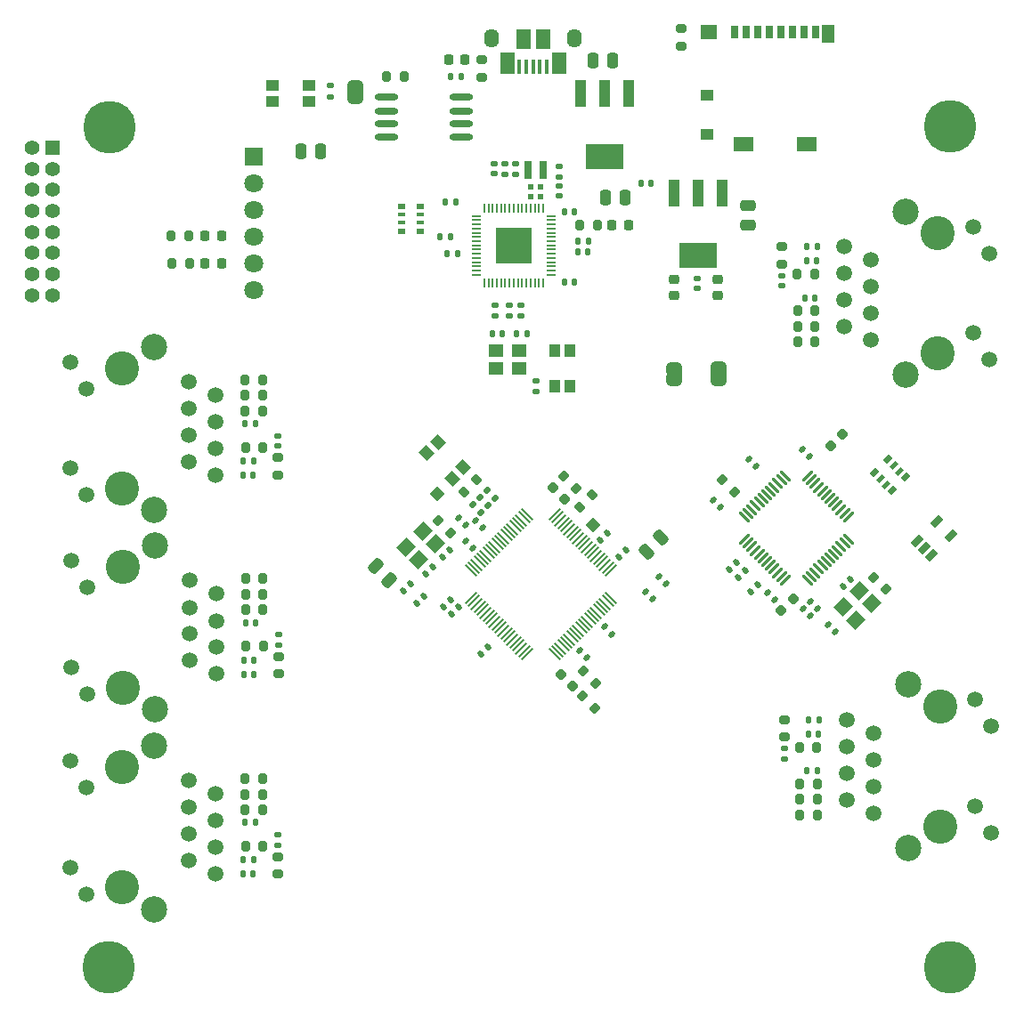
<source format=gbr>
%TF.GenerationSoftware,KiCad,Pcbnew,9.0.1*%
%TF.CreationDate,2025-06-03T17:56:08-07:00*%
%TF.ProjectId,peripheral_board,70657269-7068-4657-9261-6c5f626f6172,rev?*%
%TF.SameCoordinates,Original*%
%TF.FileFunction,Soldermask,Top*%
%TF.FilePolarity,Negative*%
%FSLAX46Y46*%
G04 Gerber Fmt 4.6, Leading zero omitted, Abs format (unit mm)*
G04 Created by KiCad (PCBNEW 9.0.1) date 2025-06-03 17:56:08*
%MOMM*%
%LPD*%
G01*
G04 APERTURE LIST*
G04 Aperture macros list*
%AMRoundRect*
0 Rectangle with rounded corners*
0 $1 Rounding radius*
0 $2 $3 $4 $5 $6 $7 $8 $9 X,Y pos of 4 corners*
0 Add a 4 corners polygon primitive as box body*
4,1,4,$2,$3,$4,$5,$6,$7,$8,$9,$2,$3,0*
0 Add four circle primitives for the rounded corners*
1,1,$1+$1,$2,$3*
1,1,$1+$1,$4,$5*
1,1,$1+$1,$6,$7*
1,1,$1+$1,$8,$9*
0 Add four rect primitives between the rounded corners*
20,1,$1+$1,$2,$3,$4,$5,0*
20,1,$1+$1,$4,$5,$6,$7,0*
20,1,$1+$1,$6,$7,$8,$9,0*
20,1,$1+$1,$8,$9,$2,$3,0*%
%AMHorizOval*
0 Thick line with rounded ends*
0 $1 width*
0 $2 $3 position (X,Y) of the first rounded end (center of the circle)*
0 $4 $5 position (X,Y) of the second rounded end (center of the circle)*
0 Add line between two ends*
20,1,$1,$2,$3,$4,$5,0*
0 Add two circle primitives to create the rounded ends*
1,1,$1,$2,$3*
1,1,$1,$4,$5*%
%AMRotRect*
0 Rectangle, with rotation*
0 The origin of the aperture is its center*
0 $1 length*
0 $2 width*
0 $3 Rotation angle, in degrees counterclockwise*
0 Add horizontal line*
21,1,$1,$2,0,0,$3*%
%AMFreePoly0*
4,1,23,0.500000,-0.750000,0.000000,-0.750000,0.000000,-0.745722,-0.065263,-0.745722,-0.191342,-0.711940,-0.304381,-0.646677,-0.396677,-0.554381,-0.461940,-0.441342,-0.495722,-0.315263,-0.495722,-0.250000,-0.500000,-0.250000,-0.500000,0.250000,-0.495722,0.250000,-0.495722,0.315263,-0.461940,0.441342,-0.396677,0.554381,-0.304381,0.646677,-0.191342,0.711940,-0.065263,0.745722,0.000000,0.745722,
0.000000,0.750000,0.500000,0.750000,0.500000,-0.750000,0.500000,-0.750000,$1*%
%AMFreePoly1*
4,1,23,0.000000,0.745722,0.065263,0.745722,0.191342,0.711940,0.304381,0.646677,0.396677,0.554381,0.461940,0.441342,0.495722,0.315263,0.495722,0.250000,0.500000,0.250000,0.500000,-0.250000,0.495722,-0.250000,0.495722,-0.315263,0.461940,-0.441342,0.396677,-0.554381,0.304381,-0.646677,0.191342,-0.711940,0.065263,-0.745722,0.000000,-0.745722,0.000000,-0.750000,-0.500000,-0.750000,
-0.500000,0.750000,0.000000,0.750000,0.000000,0.745722,0.000000,0.745722,$1*%
G04 Aperture macros list end*
%ADD10C,0.000000*%
%ADD11RoundRect,0.200000X0.335876X0.053033X0.053033X0.335876X-0.335876X-0.053033X-0.053033X-0.335876X0*%
%ADD12RoundRect,0.200000X-0.275000X0.200000X-0.275000X-0.200000X0.275000X-0.200000X0.275000X0.200000X0*%
%ADD13RoundRect,0.140000X0.170000X-0.140000X0.170000X0.140000X-0.170000X0.140000X-0.170000X-0.140000X0*%
%ADD14RoundRect,0.140000X-0.170000X0.140000X-0.170000X-0.140000X0.170000X-0.140000X0.170000X0.140000X0*%
%ADD15C,3.250000*%
%ADD16C,1.520000*%
%ADD17C,2.500000*%
%ADD18RoundRect,0.140000X-0.021213X0.219203X-0.219203X0.021213X0.021213X-0.219203X0.219203X-0.021213X0*%
%ADD19RotRect,1.000000X1.000000X315.000000*%
%ADD20RoundRect,0.140000X-0.140000X-0.170000X0.140000X-0.170000X0.140000X0.170000X-0.140000X0.170000X0*%
%ADD21RoundRect,0.140000X0.140000X0.170000X-0.140000X0.170000X-0.140000X-0.170000X0.140000X-0.170000X0*%
%ADD22RoundRect,0.218750X-0.218750X-0.256250X0.218750X-0.256250X0.218750X0.256250X-0.218750X0.256250X0*%
%ADD23RoundRect,0.140000X-0.219203X-0.021213X-0.021213X-0.219203X0.219203X0.021213X0.021213X0.219203X0*%
%ADD24RoundRect,0.200000X-0.200000X-0.275000X0.200000X-0.275000X0.200000X0.275000X-0.200000X0.275000X0*%
%ADD25RoundRect,0.200000X-0.053033X0.335876X-0.335876X0.053033X0.053033X-0.335876X0.335876X-0.053033X0*%
%ADD26RoundRect,0.140000X0.219203X0.021213X0.021213X0.219203X-0.219203X-0.021213X-0.021213X-0.219203X0*%
%ADD27RotRect,1.400000X1.200000X225.000000*%
%ADD28R,1.100000X2.500000*%
%ADD29R,3.600000X2.340000*%
%ADD30C,5.000000*%
%ADD31R,1.050000X1.150000*%
%ADD32RotRect,1.100000X0.600000X225.000000*%
%ADD33RoundRect,0.135000X0.226274X0.035355X0.035355X0.226274X-0.226274X-0.035355X-0.035355X-0.226274X0*%
%ADD34RoundRect,0.200000X0.200000X0.275000X-0.200000X0.275000X-0.200000X-0.275000X0.200000X-0.275000X0*%
%ADD35RoundRect,0.218750X-0.335876X-0.026517X-0.026517X-0.335876X0.335876X0.026517X0.026517X0.335876X0*%
%ADD36R,0.800000X0.500000*%
%ADD37R,0.800000X0.400000*%
%ADD38RoundRect,0.140000X0.021213X-0.219203X0.219203X-0.021213X-0.021213X0.219203X-0.219203X0.021213X0*%
%ADD39RoundRect,0.200000X-0.335876X-0.053033X-0.053033X-0.335876X0.335876X0.053033X0.053033X0.335876X0*%
%ADD40HorizOval,0.270000X-0.434871X0.434871X0.434871X-0.434871X0*%
%ADD41HorizOval,0.270000X-0.434871X-0.434871X0.434871X0.434871X0*%
%ADD42RoundRect,0.135000X-0.185000X0.135000X-0.185000X-0.135000X0.185000X-0.135000X0.185000X0.135000X0*%
%ADD43R,0.470000X0.530000*%
%ADD44FreePoly0,90.000000*%
%ADD45FreePoly1,90.000000*%
%ADD46RotRect,0.220000X1.460000X315.000000*%
%ADD47RotRect,1.460000X0.220000X315.000000*%
%ADD48RoundRect,0.218750X0.218750X0.256250X-0.218750X0.256250X-0.218750X-0.256250X0.218750X-0.256250X0*%
%ADD49O,2.250000X0.630000*%
%ADD50RoundRect,0.218750X0.026517X-0.335876X0.335876X-0.026517X-0.026517X0.335876X-0.335876X0.026517X0*%
%ADD51RoundRect,0.135000X0.185000X-0.135000X0.185000X0.135000X-0.185000X0.135000X-0.185000X-0.135000X0*%
%ADD52R,1.400000X1.200000*%
%ADD53RoundRect,0.200000X0.053033X-0.335876X0.335876X-0.053033X-0.053033X0.335876X-0.335876X0.053033X0*%
%ADD54RoundRect,0.250000X0.250000X0.475000X-0.250000X0.475000X-0.250000X-0.475000X0.250000X-0.475000X0*%
%ADD55RoundRect,0.250000X0.159099X-0.512652X0.512652X-0.159099X-0.159099X0.512652X-0.512652X0.159099X0*%
%ADD56RoundRect,0.200000X0.275000X-0.200000X0.275000X0.200000X-0.275000X0.200000X-0.275000X-0.200000X0*%
%ADD57R,0.700000X1.700000*%
%ADD58R,0.450000X1.380000*%
%ADD59O,1.400000X1.800000*%
%ADD60R,1.380000X1.900000*%
%ADD61R,1.480000X2.100000*%
%ADD62RoundRect,0.250000X-0.475000X0.250000X-0.475000X-0.250000X0.475000X-0.250000X0.475000X0.250000X0*%
%ADD63RotRect,1.400000X1.200000X45.000000*%
%ADD64R,0.700000X1.200000*%
%ADD65R,1.170000X1.800000*%
%ADD66R,1.550000X1.350000*%
%ADD67R,1.200000X1.000000*%
%ADD68R,1.900000X1.350000*%
%ADD69RoundRect,0.218750X0.335876X0.026517X0.026517X0.335876X-0.335876X-0.026517X-0.026517X-0.335876X0*%
%ADD70RoundRect,0.250000X-0.250000X-0.475000X0.250000X-0.475000X0.250000X0.475000X-0.250000X0.475000X0*%
%ADD71RoundRect,0.250000X0.512652X0.159099X0.159099X0.512652X-0.512652X-0.159099X-0.159099X-0.512652X0*%
%ADD72R,1.400000X1.400000*%
%ADD73C,1.400000*%
%ADD74RotRect,1.050000X1.150000X225.000000*%
%ADD75RotRect,0.800000X0.500000X45.000000*%
%ADD76RotRect,0.800000X0.400000X45.000000*%
%ADD77RotRect,1.000000X1.000000X135.000000*%
%ADD78R,1.800000X1.800000*%
%ADD79C,1.800000*%
%ADD80R,0.880000X0.200000*%
%ADD81R,0.200000X0.880000*%
%ADD82R,3.400000X3.400000*%
%ADD83R,1.150000X1.050000*%
%ADD84RoundRect,0.218750X-0.256250X0.218750X-0.256250X-0.218750X0.256250X-0.218750X0.256250X0.218750X0*%
%ADD85RoundRect,0.218750X-0.026517X0.335876X-0.335876X0.026517X0.026517X-0.335876X0.335876X-0.026517X0*%
G04 APERTURE END LIST*
%TO.C,JP1*%
G36*
X129425192Y-49153569D02*
G01*
X130925192Y-49153569D01*
X130925192Y-48853569D01*
X129425192Y-48853569D01*
X129425192Y-49153569D01*
G37*
D10*
%TO.C,JP5*%
G36*
X161260192Y-75978569D02*
G01*
X159760192Y-75978569D01*
X159760192Y-75678569D01*
X161260192Y-75678569D01*
X161260192Y-75978569D01*
G37*
%TO.C,JP6*%
G36*
X165460192Y-75928570D02*
G01*
X163960192Y-75928570D01*
X163960192Y-75628570D01*
X165460192Y-75628570D01*
X165460192Y-75928570D01*
G37*
%TD*%
D11*
%TO.C,R42*%
X153007427Y-105268447D03*
X151840701Y-104101721D03*
%TD*%
D12*
%TO.C,R25*%
X122810000Y-83775000D03*
X122810000Y-85425000D03*
%TD*%
D13*
%TO.C,C9*%
X143375192Y-56753569D03*
X143375192Y-55793569D03*
%TD*%
D14*
%TO.C,C38*%
X122810000Y-81720000D03*
X122810000Y-82680000D03*
%TD*%
D15*
%TO.C,RJ3*%
X108050000Y-94192500D03*
X108050000Y-105632500D03*
D16*
X114400000Y-95462500D03*
X116940000Y-96732500D03*
X114400000Y-98012500D03*
X116940000Y-99282500D03*
X114400000Y-100542500D03*
X116940000Y-101812500D03*
X114400000Y-103082500D03*
X116940000Y-104352500D03*
X104670000Y-96122500D03*
X103150000Y-93582500D03*
X104670000Y-106242500D03*
X103150000Y-103702500D03*
D17*
X111100000Y-92142500D03*
X111100000Y-107682500D03*
%TD*%
D18*
%TO.C,C63*%
X135399603Y-95739158D03*
X134720781Y-96417980D03*
%TD*%
D11*
%TO.C,R44*%
X139236521Y-90931854D03*
X138069795Y-89765128D03*
%TD*%
D19*
%TO.C,TP1*%
X152795293Y-90207069D03*
%TD*%
D20*
%TO.C,C4*%
X143170192Y-71978569D03*
X144130192Y-71978569D03*
%TD*%
D21*
%TO.C,C3*%
X139190192Y-62778569D03*
X138230192Y-62778569D03*
%TD*%
D22*
%TO.C,D4*%
X115862499Y-65250000D03*
X117437501Y-65250000D03*
%TD*%
D23*
%TO.C,C21*%
X167620621Y-83876731D03*
X168299443Y-84555553D03*
%TD*%
D24*
%TO.C,R28*%
X119725000Y-96762500D03*
X121375000Y-96762500D03*
%TD*%
%TO.C,R29*%
X119725000Y-98262500D03*
X121375000Y-98262500D03*
%TD*%
D25*
%TO.C,R43*%
X152671549Y-87290254D03*
X151504823Y-88456980D03*
%TD*%
D26*
%TO.C,C71*%
X152215468Y-102779429D03*
X151536646Y-102100607D03*
%TD*%
D27*
%TO.C,Y2*%
X178080056Y-96454655D03*
X176524421Y-98010290D03*
X177726502Y-99212371D03*
X179282137Y-97656736D03*
%TD*%
D28*
%TO.C,U6*%
X165060192Y-58558569D03*
X162760192Y-58558569D03*
X160460192Y-58558569D03*
D29*
X162760192Y-64498569D03*
%TD*%
D14*
%TO.C,C6*%
X145950192Y-69298569D03*
X145950192Y-70258569D03*
%TD*%
D30*
%TO.C,H3*%
X186760192Y-132278569D03*
%TD*%
D31*
%TO.C,SW2*%
X149100192Y-77003569D03*
X149100192Y-73603569D03*
X150600192Y-77003569D03*
X150600192Y-73603569D03*
%TD*%
D21*
%TO.C,C41*%
X120530000Y-103012500D03*
X119570000Y-103012500D03*
%TD*%
D32*
%TO.C,U5*%
X183595489Y-91688757D03*
X184267240Y-92360509D03*
X184938992Y-93032260D03*
X186777469Y-91193783D03*
X185433966Y-89850280D03*
%TD*%
D33*
%TO.C,R47*%
X143440271Y-87640271D03*
X142719023Y-86919023D03*
%TD*%
D22*
%TO.C,D1*%
X139022692Y-45928569D03*
X140597692Y-45928569D03*
%TD*%
D34*
%TO.C,R19*%
X173885192Y-69766069D03*
X172235192Y-69766069D03*
%TD*%
%TO.C,R13*%
X114324999Y-62700000D03*
X112674999Y-62700000D03*
%TD*%
D30*
%TO.C,H4*%
X106735192Y-132278569D03*
%TD*%
D21*
%TO.C,C12*%
X139865192Y-64353569D03*
X138905192Y-64353569D03*
%TD*%
D12*
%TO.C,R9*%
X142210192Y-45903569D03*
X142210192Y-47553569D03*
%TD*%
D26*
%TO.C,C66*%
X158410192Y-97228569D03*
X157731370Y-96549747D03*
%TD*%
D33*
%TO.C,R45*%
X142089697Y-88976704D03*
X141368449Y-88255456D03*
%TD*%
D35*
%TO.C,D5*%
X149719379Y-104384560D03*
X150833073Y-105498254D03*
%TD*%
D34*
%TO.C,R14*%
X114387500Y-65250000D03*
X112737500Y-65250000D03*
%TD*%
D26*
%TO.C,C67*%
X159697126Y-95757787D03*
X159018304Y-95078965D03*
%TD*%
D21*
%TO.C,C45*%
X120490002Y-122050000D03*
X119530002Y-122050000D03*
%TD*%
D20*
%TO.C,C53*%
X157350192Y-57628569D03*
X158310192Y-57628569D03*
%TD*%
D34*
%TO.C,R37*%
X174075000Y-117787500D03*
X172425000Y-117787500D03*
%TD*%
D14*
%TO.C,C42*%
X122850000Y-100632500D03*
X122850000Y-101592500D03*
%TD*%
D36*
%TO.C,RN1*%
X136335192Y-62228569D03*
D37*
X136335192Y-61428569D03*
X136335192Y-60628569D03*
D36*
X136335192Y-59828569D03*
X134535192Y-59828569D03*
D37*
X134535192Y-60628569D03*
X134535192Y-61428569D03*
D36*
X134535192Y-62228569D03*
%TD*%
D24*
%TO.C,R23*%
X119685000Y-77850000D03*
X121335000Y-77850000D03*
%TD*%
D38*
%TO.C,C23*%
X167770439Y-96553651D03*
X168449261Y-95874829D03*
%TD*%
D39*
%TO.C,R15*%
X165051613Y-85872802D03*
X166218339Y-87039528D03*
%TD*%
D34*
%TO.C,R38*%
X174075000Y-116287500D03*
X172425000Y-116287500D03*
%TD*%
D40*
%TO.C,U4*%
X171037272Y-85522785D03*
X170683718Y-85876338D03*
X170330165Y-86229891D03*
X169976612Y-86583445D03*
X169623058Y-86936998D03*
X169269505Y-87290551D03*
X168915951Y-87644105D03*
X168562398Y-87997658D03*
X168208845Y-88351212D03*
X167855291Y-88704765D03*
X167501738Y-89058318D03*
X167148185Y-89411872D03*
D41*
X167148185Y-91533192D03*
X167501738Y-91886746D03*
X167855291Y-92240299D03*
X168208845Y-92593852D03*
X168562398Y-92947406D03*
X168915951Y-93300959D03*
X169269505Y-93654513D03*
X169623058Y-94008066D03*
X169976612Y-94361619D03*
X170330165Y-94715173D03*
X170683718Y-95068726D03*
X171037272Y-95422279D03*
D40*
X173158592Y-95422279D03*
X173512146Y-95068726D03*
X173865699Y-94715173D03*
X174219252Y-94361619D03*
X174572806Y-94008066D03*
X174926359Y-93654513D03*
X175279913Y-93300959D03*
X175633466Y-92947406D03*
X175987019Y-92593852D03*
X176340573Y-92240299D03*
X176694126Y-91886746D03*
X177047679Y-91533192D03*
D41*
X177047679Y-89411872D03*
X176694126Y-89058318D03*
X176340573Y-88704765D03*
X175987019Y-88351212D03*
X175633466Y-87997658D03*
X175279913Y-87644105D03*
X174926359Y-87290551D03*
X174572806Y-86936998D03*
X174219252Y-86583445D03*
X173865699Y-86229891D03*
X173512146Y-85876338D03*
X173158592Y-85522785D03*
%TD*%
D23*
%TO.C,C20*%
X164199550Y-87778457D03*
X164878372Y-88457279D03*
%TD*%
D42*
%TO.C,R6*%
X145375192Y-55793569D03*
X145375192Y-56813569D03*
%TD*%
D23*
%TO.C,C29*%
X175124349Y-99693206D03*
X175803171Y-100372028D03*
%TD*%
D24*
%TO.C,R24*%
X119685000Y-79350000D03*
X121335000Y-79350000D03*
%TD*%
D23*
%TO.C,C75*%
X140020781Y-89539158D03*
X140699603Y-90217980D03*
%TD*%
D34*
%TO.C,R11*%
X153160192Y-61653569D03*
X151510192Y-61653569D03*
%TD*%
D20*
%TO.C,C48*%
X173300000Y-108687500D03*
X174260000Y-108687500D03*
%TD*%
D21*
%TO.C,C44*%
X120460000Y-123400000D03*
X119500000Y-123400000D03*
%TD*%
D43*
%TO.C,C2*%
X146845192Y-58003569D03*
X147805192Y-58003569D03*
%TD*%
D38*
%TO.C,C54*%
X142061413Y-102425875D03*
X142740235Y-101747053D03*
%TD*%
D21*
%TO.C,C37*%
X120490000Y-84100000D03*
X119530000Y-84100000D03*
%TD*%
D44*
%TO.C,JP1*%
X130175192Y-49653569D03*
D45*
X130175192Y-48353569D03*
%TD*%
D46*
%TO.C,U7*%
X141142175Y-97122574D03*
X141425018Y-97405417D03*
X141707860Y-97688260D03*
X141990703Y-97971103D03*
X142273546Y-98253945D03*
X142556389Y-98536788D03*
X142839231Y-98819631D03*
X143122074Y-99102473D03*
X143404917Y-99385316D03*
X143687759Y-99668159D03*
X143970602Y-99951002D03*
X144253445Y-100233844D03*
X144536288Y-100516687D03*
X144819130Y-100799530D03*
X145101973Y-101082372D03*
X145384816Y-101365215D03*
X145667658Y-101648058D03*
X145950501Y-101930901D03*
X146233344Y-102213743D03*
X146516187Y-102496586D03*
D47*
X149104197Y-102496586D03*
X149387040Y-102213743D03*
X149669883Y-101930901D03*
X149952726Y-101648058D03*
X150235568Y-101365215D03*
X150518411Y-101082372D03*
X150801254Y-100799530D03*
X151084096Y-100516687D03*
X151366939Y-100233844D03*
X151649782Y-99951002D03*
X151932625Y-99668159D03*
X152215467Y-99385316D03*
X152498310Y-99102473D03*
X152781153Y-98819631D03*
X153063995Y-98536788D03*
X153346838Y-98253945D03*
X153629681Y-97971103D03*
X153912524Y-97688260D03*
X154195366Y-97405417D03*
X154478209Y-97122574D03*
D46*
X154478209Y-94534564D03*
X154195366Y-94251721D03*
X153912524Y-93968878D03*
X153629681Y-93686035D03*
X153346838Y-93403193D03*
X153063995Y-93120350D03*
X152781153Y-92837507D03*
X152498310Y-92554665D03*
X152215467Y-92271822D03*
X151932625Y-91988979D03*
X151649782Y-91706136D03*
X151366939Y-91423294D03*
X151084096Y-91140451D03*
X150801254Y-90857608D03*
X150518411Y-90574766D03*
X150235568Y-90291923D03*
X149952726Y-90009080D03*
X149669883Y-89726237D03*
X149387040Y-89443395D03*
X149104197Y-89160552D03*
D47*
X146516187Y-89160552D03*
X146233344Y-89443395D03*
X145950501Y-89726237D03*
X145667658Y-90009080D03*
X145384816Y-90291923D03*
X145101973Y-90574766D03*
X144819130Y-90857608D03*
X144536288Y-91140451D03*
X144253445Y-91423294D03*
X143970602Y-91706136D03*
X143687759Y-91988979D03*
X143404917Y-92271822D03*
X143122074Y-92554665D03*
X142839231Y-92837507D03*
X142556389Y-93120350D03*
X142273546Y-93403193D03*
X141990703Y-93686035D03*
X141707860Y-93968878D03*
X141425018Y-94251721D03*
X141142175Y-94534564D03*
%TD*%
D39*
%TO.C,R50*%
X149984545Y-85557845D03*
X151151271Y-86724571D03*
%TD*%
D48*
%TO.C,D2*%
X156147692Y-61653569D03*
X154572692Y-61653569D03*
%TD*%
D21*
%TO.C,C5*%
X146480192Y-72003569D03*
X145520192Y-72003569D03*
%TD*%
D49*
%TO.C,U3*%
X133145192Y-49493569D03*
X133145192Y-50773569D03*
X133145192Y-52033569D03*
X133145192Y-53303569D03*
X140205192Y-53303569D03*
X140205192Y-52033569D03*
X140205192Y-50773569D03*
X140205192Y-49493569D03*
%TD*%
D14*
%TO.C,C7*%
X149575192Y-57923569D03*
X149575192Y-58883569D03*
%TD*%
D18*
%TO.C,C73*%
X155892421Y-92554663D03*
X155213599Y-93233485D03*
%TD*%
D24*
%TO.C,R27*%
X119725000Y-95262500D03*
X121375000Y-95262500D03*
%TD*%
D50*
%TO.C,FB1*%
X175366532Y-82664306D03*
X176480226Y-81550612D03*
%TD*%
D30*
%TO.C,H2*%
X186735192Y-52278569D03*
%TD*%
D26*
%TO.C,C28*%
X174106115Y-98109285D03*
X173427293Y-97430463D03*
%TD*%
D51*
%TO.C,R4*%
X144825192Y-70288569D03*
X144825192Y-69268569D03*
%TD*%
D15*
%TO.C,RJ5*%
X185750000Y-118857500D03*
X185750000Y-107417500D03*
D16*
X179400000Y-117587500D03*
X176860000Y-116317500D03*
X179400000Y-115037499D03*
X176860000Y-113767500D03*
X179400000Y-112507500D03*
X176860000Y-111237500D03*
X179400000Y-109967500D03*
X176860000Y-108697500D03*
X189130000Y-116927500D03*
X190650000Y-119467500D03*
X189129999Y-106807500D03*
X190650000Y-109347500D03*
D17*
X182700000Y-120907500D03*
X182700000Y-105367500D03*
%TD*%
D52*
%TO.C,Y1*%
X143500192Y-75253569D03*
X145700192Y-75253569D03*
X145700192Y-73553569D03*
X143500192Y-73553569D03*
%TD*%
D53*
%TO.C,R48*%
X140491637Y-87025089D03*
X141658363Y-85858363D03*
%TD*%
D21*
%TO.C,C10*%
X139690192Y-59403569D03*
X138730192Y-59403569D03*
%TD*%
%TO.C,C19*%
X140205192Y-47503569D03*
X139245192Y-47503569D03*
%TD*%
D20*
%TO.C,C33*%
X173110192Y-63666069D03*
X174070192Y-63666069D03*
%TD*%
D24*
%TO.C,R33*%
X119685001Y-115800000D03*
X121335001Y-115800000D03*
%TD*%
D54*
%TO.C,C17*%
X154672692Y-45978569D03*
X152772692Y-45978569D03*
%TD*%
D21*
%TO.C,C36*%
X120460000Y-85450000D03*
X119500000Y-85450000D03*
%TD*%
D24*
%TO.C,R31*%
X119775000Y-101712500D03*
X121425000Y-101712500D03*
%TD*%
D20*
%TO.C,C13*%
X150030192Y-67103569D03*
X150990192Y-67103569D03*
%TD*%
D55*
%TO.C,C64*%
X157828249Y-92721751D03*
X159171751Y-91378249D03*
%TD*%
D24*
%TO.C,R26*%
X119735000Y-82800000D03*
X121385000Y-82800000D03*
%TD*%
D56*
%TO.C,R40*%
X170950000Y-110362500D03*
X170950000Y-108712500D03*
%TD*%
D44*
%TO.C,JP5*%
X160510192Y-76478568D03*
D45*
X160510192Y-75178570D03*
%TD*%
D13*
%TO.C,C50*%
X170950000Y-112417500D03*
X170950000Y-111457500D03*
%TD*%
D20*
%TO.C,C11*%
X151330192Y-64153569D03*
X152290192Y-64153569D03*
%TD*%
D18*
%TO.C,C60*%
X154145868Y-90977817D03*
X153467046Y-91656639D03*
%TD*%
D26*
%TO.C,C59*%
X154513565Y-100552041D03*
X153834743Y-99873219D03*
%TD*%
D57*
%TO.C,L1*%
X146625192Y-56361780D03*
X148025192Y-56361780D03*
%TD*%
D58*
%TO.C,J3*%
X145775192Y-46603569D03*
X146425192Y-46603569D03*
X147075192Y-46603569D03*
X147725192Y-46603569D03*
X148375192Y-46603569D03*
D59*
X151025192Y-43903569D03*
X143125192Y-43903569D03*
D60*
X148015192Y-43953569D03*
X146135192Y-43953569D03*
D61*
X149535192Y-46253569D03*
X144615192Y-46253569D03*
%TD*%
D23*
%TO.C,C26*%
X169326074Y-96652645D03*
X170004896Y-97331467D03*
%TD*%
D34*
%TO.C,R39*%
X174075000Y-114787500D03*
X172425000Y-114787500D03*
%TD*%
D21*
%TO.C,C39*%
X120680000Y-99462500D03*
X119720000Y-99462500D03*
%TD*%
D34*
%TO.C,R41*%
X174025000Y-111337500D03*
X172375000Y-111337500D03*
%TD*%
D51*
%TO.C,R2*%
X149575192Y-57063569D03*
X149575192Y-56043569D03*
%TD*%
D62*
%TO.C,C56*%
X167500000Y-59750000D03*
X167500000Y-61650000D03*
%TD*%
D54*
%TO.C,C18*%
X155822692Y-59028569D03*
X153922692Y-59028569D03*
%TD*%
D30*
%TO.C,H1*%
X106760192Y-52303569D03*
%TD*%
D20*
%TO.C,C34*%
X172930192Y-68566069D03*
X173890192Y-68566069D03*
%TD*%
D63*
%TO.C,Y3*%
X136213640Y-93495117D03*
X137769275Y-91939482D03*
X136567194Y-90737401D03*
X135011559Y-92293036D03*
%TD*%
D24*
%TO.C,R34*%
X119685001Y-117299999D03*
X121335001Y-117299999D03*
%TD*%
D38*
%TO.C,C68*%
X138455169Y-93233486D03*
X139133991Y-92554664D03*
%TD*%
%TO.C,C52*%
X139303698Y-98678209D03*
X139982520Y-97999387D03*
%TD*%
D64*
%TO.C,SIM1*%
X166235000Y-43285000D03*
X167335000Y-43285000D03*
X168435000Y-43285000D03*
X169535000Y-43285000D03*
X170635000Y-43285000D03*
X171735000Y-43285000D03*
X172835000Y-43285000D03*
X173935000Y-43285000D03*
D65*
X175145000Y-43485000D03*
D66*
X163775000Y-43315000D03*
D67*
X163605000Y-49285000D03*
X163605000Y-52985000D03*
D68*
X167105000Y-53965000D03*
X173075000Y-53965000D03*
%TD*%
D21*
%TO.C,C40*%
X120500000Y-104362500D03*
X119540000Y-104362500D03*
%TD*%
D12*
%TO.C,R10*%
X161130192Y-42943569D03*
X161130192Y-44593569D03*
%TD*%
D15*
%TO.C,RJ1*%
X185560192Y-73836069D03*
X185560192Y-62396069D03*
D16*
X179210192Y-72566069D03*
X176670192Y-71296069D03*
X179210192Y-70016069D03*
X176670192Y-68746069D03*
X179210192Y-67486069D03*
X176670192Y-66216069D03*
X179210192Y-64946069D03*
X176670192Y-63676069D03*
X188940192Y-71906069D03*
X190460192Y-74446069D03*
X188940192Y-61786069D03*
X190460192Y-64326069D03*
D17*
X182510192Y-75886069D03*
X182510192Y-60346069D03*
%TD*%
D23*
%TO.C,C62*%
X141570781Y-89789158D03*
X142249603Y-90467980D03*
%TD*%
D69*
%TO.C,D6*%
X150064095Y-87758711D03*
X148950401Y-86645017D03*
%TD*%
D38*
%TO.C,C22*%
X165755184Y-94396976D03*
X166434006Y-93718154D03*
%TD*%
D70*
%TO.C,C16*%
X124975192Y-54653569D03*
X126875192Y-54653569D03*
%TD*%
D28*
%TO.C,U2*%
X156172692Y-49158569D03*
X153872692Y-49158569D03*
X151572692Y-49158569D03*
D29*
X153872692Y-55098569D03*
%TD*%
D18*
%TO.C,C25*%
X167247179Y-94531326D03*
X166568357Y-95210148D03*
%TD*%
D21*
%TO.C,C43*%
X120640001Y-118499999D03*
X119680001Y-118499999D03*
%TD*%
D24*
%TO.C,R12*%
X133150192Y-47503569D03*
X134800192Y-47503569D03*
%TD*%
D20*
%TO.C,C32*%
X173080192Y-65016069D03*
X174040192Y-65016069D03*
%TD*%
D21*
%TO.C,C35*%
X120640000Y-80550000D03*
X119680000Y-80550000D03*
%TD*%
D23*
%TO.C,C55*%
X140682556Y-91670781D03*
X141361378Y-92349603D03*
%TD*%
D71*
%TO.C,C61*%
X133421751Y-95421751D03*
X132078249Y-94078249D03*
%TD*%
D34*
%TO.C,R17*%
X173835192Y-66316069D03*
X172185192Y-66316069D03*
%TD*%
D24*
%TO.C,R36*%
X119735001Y-120750000D03*
X121385001Y-120750000D03*
%TD*%
D22*
%TO.C,D3*%
X115862499Y-62700000D03*
X117437501Y-62700000D03*
%TD*%
D20*
%TO.C,C14*%
X150055192Y-60378569D03*
X151015192Y-60378569D03*
%TD*%
D34*
%TO.C,R20*%
X173885192Y-71266069D03*
X172235192Y-71266069D03*
%TD*%
D12*
%TO.C,R30*%
X122850000Y-102687500D03*
X122850000Y-104337500D03*
%TD*%
D51*
%TO.C,R1*%
X127825192Y-49413569D03*
X127825192Y-48393569D03*
%TD*%
D20*
%TO.C,C49*%
X173270000Y-110037500D03*
X174230000Y-110037500D03*
%TD*%
D15*
%TO.C,RJ4*%
X108010000Y-113230000D03*
X108010000Y-124670000D03*
D16*
X114360000Y-114500000D03*
X116900000Y-115770000D03*
X114360000Y-117050001D03*
X116900000Y-118320000D03*
X114360000Y-119580000D03*
X116900000Y-120850000D03*
X114360000Y-122120000D03*
X116900000Y-123390000D03*
X104630000Y-115160000D03*
X103110000Y-112620000D03*
X104630001Y-125280000D03*
X103110000Y-122740000D03*
D17*
X111060000Y-111180000D03*
X111060000Y-126720000D03*
%TD*%
D72*
%TO.C,CN1*%
X101400000Y-54300000D03*
D73*
X99400000Y-54300000D03*
X101400000Y-56300000D03*
X99400000Y-56300000D03*
X101400000Y-58300000D03*
X99400000Y-58300000D03*
X101400000Y-60300000D03*
X99400000Y-60300000D03*
X101400000Y-62300000D03*
X99400000Y-62300000D03*
X101400000Y-64300000D03*
X99400000Y-64300000D03*
X101400000Y-66300000D03*
X99400000Y-66300000D03*
X101400000Y-68300000D03*
X99400000Y-68300000D03*
%TD*%
D15*
%TO.C,RJ2*%
X108010000Y-75280000D03*
X108010000Y-86720000D03*
D16*
X114360000Y-76550000D03*
X116900000Y-77820000D03*
X114360000Y-79100000D03*
X116900000Y-80370000D03*
X114360000Y-81630000D03*
X116900000Y-82900000D03*
X114360000Y-84170000D03*
X116900000Y-85440000D03*
X104630000Y-77210000D03*
X103110000Y-74670000D03*
X104630000Y-87330000D03*
X103110000Y-84790000D03*
D17*
X111060000Y-73230000D03*
X111060000Y-88770000D03*
%TD*%
D20*
%TO.C,C8*%
X151345192Y-63178569D03*
X152305192Y-63178569D03*
%TD*%
D34*
%TO.C,R21*%
X173885192Y-72766069D03*
X172235192Y-72766069D03*
%TD*%
D20*
%TO.C,C47*%
X173120000Y-113587500D03*
X174080000Y-113587500D03*
%TD*%
D26*
%TO.C,C24*%
X173363654Y-83648952D03*
X172684832Y-82970130D03*
%TD*%
D74*
%TO.C,SW3*%
X139360265Y-85752298D03*
X136956102Y-83348135D03*
X140420926Y-84691637D03*
X138016763Y-82287474D03*
%TD*%
D26*
%TO.C,C27*%
X173399008Y-98816393D03*
X172720186Y-98137571D03*
%TD*%
D38*
%TO.C,C74*%
X138561236Y-97935747D03*
X139240058Y-97256925D03*
%TD*%
D75*
%TO.C,RN2*%
X179529625Y-85218730D03*
D76*
X180095310Y-85784415D03*
X180660996Y-86350101D03*
D75*
X181226681Y-86915786D03*
X182499473Y-85642994D03*
D76*
X181933788Y-85077309D03*
X181368102Y-84511623D03*
D75*
X180802417Y-83945938D03*
%TD*%
D77*
%TO.C,TP2*%
X137981408Y-87201866D03*
%TD*%
D14*
%TO.C,C15*%
X143450192Y-69298569D03*
X143450192Y-70258569D03*
%TD*%
D18*
%TO.C,C69*%
X137493503Y-94195154D03*
X136814681Y-94873976D03*
%TD*%
D78*
%TO.C,J2*%
X120500000Y-55100000D03*
D79*
X120500000Y-57640000D03*
X120500000Y-60179999D03*
X120500000Y-62720001D03*
X120500000Y-65260000D03*
X120500000Y-67800000D03*
%TD*%
D14*
%TO.C,C46*%
X122810001Y-119670000D03*
X122810001Y-120630000D03*
%TD*%
D18*
%TO.C,C65*%
X136689411Y-96960589D03*
X136010589Y-97639411D03*
%TD*%
D33*
%TO.C,R46*%
X142768519Y-88312023D03*
X142047271Y-87590775D03*
%TD*%
D39*
%TO.C,R49*%
X151787668Y-106452851D03*
X152954394Y-107619577D03*
%TD*%
D13*
%TO.C,C31*%
X170760192Y-67396069D03*
X170760192Y-66436069D03*
%TD*%
D80*
%TO.C,U1*%
X141645192Y-60773569D03*
X141645192Y-61173569D03*
X141645192Y-61573569D03*
X141645192Y-61973569D03*
X141645192Y-62373569D03*
X141645192Y-62773569D03*
X141645192Y-63173569D03*
X141645192Y-63573569D03*
X141645192Y-63973569D03*
X141645192Y-64373569D03*
X141645192Y-64773569D03*
X141645192Y-65173569D03*
X141645192Y-65573569D03*
X141645192Y-65973569D03*
X141645192Y-66373569D03*
D81*
X142425192Y-67143569D03*
X142825192Y-67143569D03*
X143225192Y-67143569D03*
X143625192Y-67143569D03*
X144025192Y-67143569D03*
X144425192Y-67143569D03*
X144825192Y-67143569D03*
X145225192Y-67143569D03*
X145625192Y-67143569D03*
X146025192Y-67143569D03*
X146425192Y-67143569D03*
X146825192Y-67143569D03*
X147225192Y-67143569D03*
X147625192Y-67143569D03*
X148025192Y-67143569D03*
D80*
X148805192Y-66373569D03*
X148805192Y-65973569D03*
X148805192Y-65573569D03*
X148805192Y-65173569D03*
X148805192Y-64773569D03*
X148805192Y-64373569D03*
X148805192Y-63973569D03*
X148805192Y-63573569D03*
X148805192Y-63173569D03*
X148805192Y-62773569D03*
X148805192Y-62373569D03*
X148805192Y-61973569D03*
X148805192Y-61573569D03*
X148805192Y-61173569D03*
X148805192Y-60773569D03*
D81*
X148025192Y-60003569D03*
X147625192Y-60003569D03*
X147225192Y-60003569D03*
X146825192Y-60003569D03*
X146425192Y-60003569D03*
X146025192Y-60003569D03*
X145625192Y-60003569D03*
X145225192Y-60003569D03*
X144825192Y-60003569D03*
X144425192Y-60003569D03*
X144025192Y-60003569D03*
X143625192Y-60003569D03*
X143225192Y-60003569D03*
X142825192Y-60003569D03*
X142425192Y-60003569D03*
D82*
X145225192Y-63573569D03*
%TD*%
D83*
%TO.C,SW1*%
X125725192Y-49853569D03*
X122325192Y-49853569D03*
X125725192Y-48353569D03*
X122325192Y-48353569D03*
%TD*%
D51*
%TO.C,R3*%
X147310192Y-77498567D03*
X147310192Y-76478569D03*
%TD*%
D24*
%TO.C,R32*%
X119685001Y-114299999D03*
X121335001Y-114299999D03*
%TD*%
D84*
%TO.C,FB4*%
X164660192Y-66791068D03*
X164660192Y-68366070D03*
%TD*%
D24*
%TO.C,R22*%
X119685000Y-76350000D03*
X121335000Y-76350000D03*
%TD*%
D85*
%TO.C,FB2*%
X171777967Y-97213027D03*
X170664273Y-98326721D03*
%TD*%
D13*
%TO.C,C57*%
X162710192Y-67658569D03*
X162710192Y-66698569D03*
%TD*%
D38*
%TO.C,C30*%
X176538564Y-95987967D03*
X177217386Y-95309145D03*
%TD*%
D84*
%TO.C,FB3*%
X160460192Y-66791068D03*
X160460192Y-68366070D03*
%TD*%
D12*
%TO.C,R35*%
X122810001Y-121725000D03*
X122810001Y-123375000D03*
%TD*%
D56*
%TO.C,R18*%
X170760192Y-65341069D03*
X170760192Y-63691069D03*
%TD*%
D39*
%TO.C,R16*%
X179476591Y-95135903D03*
X180643317Y-96302629D03*
%TD*%
D43*
%TO.C,C1*%
X146845192Y-58953569D03*
X147805192Y-58953569D03*
%TD*%
D44*
%TO.C,JP6*%
X164710192Y-76428569D03*
D45*
X164710192Y-75128571D03*
%TD*%
D42*
%TO.C,R5*%
X144375192Y-55793569D03*
X144375192Y-56813569D03*
%TD*%
M02*

</source>
